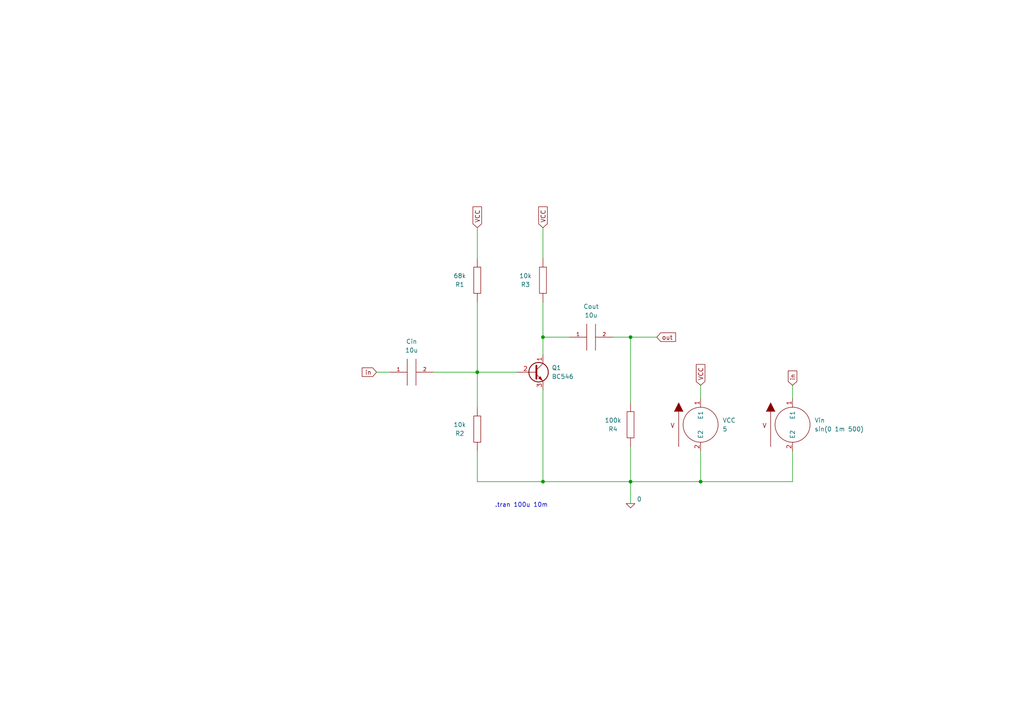
<source format=kicad_sch>
(kicad_sch (version 20211123) (generator eeschema)
  (paper "A4")
  (lib_symbols
    (symbol "Transistor_BJT:BC546" (pin_names (offset 0) hide)
      (property "Reference" "Q" (at 5.08 1.905 0))
      (property "Value" "BC546" (at 5.08 0 0))
      (symbol "BC546_0_1"
        (polyline (pts (xy 0 0) (xy 0.635 0)))
        (polyline (pts (xy 0.635 0.635) (xy 2.54 2.54)))
        (polyline (pts (xy 0.635 -0.635) (xy 2.54 -2.54) (xy 2.54 -2.54)))
        (polyline (pts (xy 0.635 1.905) (xy 0.635 -1.905) (xy 0.635 -1.905)) (stroke (width 0.508)))
        (polyline (pts (xy 1.27 -1.778) (xy 1.778 -1.27) (xy 2.286 -2.286) (xy 1.27 -1.778) (xy 1.27 -1.778)) (fill (type outline)))
        (circle (center 1.27 0) (radius 2.8194) (stroke (width 0.254)))
      )
      (symbol "BC546_1_1"
        (pin passive line (at 2.54 5.08 270) (length 2.54) (name "C") (number "1"))
        (pin input line (at -5.08 0 0) (length 5.08) (name "B") (number "2"))
        (pin passive line (at 2.54 -5.08 90) (length 2.54) (name "E") (number "3"))
      )
    )
    (symbol "pspice:0" (power) (pin_names (offset 0))
      (property "Value" "0" (at 0 -1.778 0))
      (symbol "0_0_1"
        (polyline (pts (xy -1.27 0) (xy 0 -1.27) (xy 1.27 0) (xy -1.27 0)))
      )
      (symbol "0_1_1"
        (pin power_in line (at 0 0 0) (length 0) hide (name "0") (number "1"))
      )
    )
    (symbol "pspice:C" (pin_names (offset 0.254))
      (property "Reference" "C" (at 2.54 3.81 90))
      (property "Value" "C" (at 2.54 -3.81 90))
      (symbol "C_0_1"
        (polyline (pts (xy -3.81 -1.27) (xy 3.81 -1.27)))
        (polyline (pts (xy -3.81 1.27) (xy 3.81 1.27)))
      )
      (symbol "C_1_1"
        (pin passive line (at 0 6.35 270) (length 5.08) (name "~") (number "1"))
        (pin passive line (at 0 -6.35 90) (length 5.08) (name "~") (number "2"))
      )
    )
    (symbol "pspice:R" (pin_numbers hide) (pin_names (offset 0))
      (property "Reference" "R" (at 2.032 0 90))
      (property "Value" "R" (at 0 0 90))
      (symbol "R_0_1"
        (rectangle (start -1.016 3.81) (end 1.016 -3.81))
      )
      (symbol "R_1_1"
        (pin passive line (at 0 6.35 270) (length 2.54) (name "~") (number "1"))
        (pin passive line (at 0 -6.35 90) (length 2.54) (name "~") (number "2"))
      )
    )
    (symbol "pspice:VSOURCE" (pin_names (offset 1.016))
      (property "Reference" "V" (at -6.35 7.62 0))
      (property "Value" "VSOURCE" (at 0 0 0))
      (symbol "VSOURCE_0_1"
        (polyline (pts (xy -6.35 -6.35) (xy -6.35 3.81)) (fill (type outline)))
        (polyline (pts (xy -7.62 3.81) (xy -6.35 6.35) (xy -5.08 3.81)) (fill (type outline)))
        (circle (center 0 0) (radius 5.08))
        (text "V" (at -8.128 -0.254 0) (effects (font (size 1.27 1.27))))
      )
      (symbol "VSOURCE_1_1"
        (pin input line (at 0 7.62 270) (length 2.54) (name "E1") (number "1"))
        (pin input line (at 0 -7.62 90) (length 2.54) (name "E2") (number "2"))
      )
    )
  )
  (junction (at 182.88 97.79))
  (junction (at 203.2 139.7))
  (junction (at 182.88 139.7))
  (junction (at 157.48 139.7))
  (junction (at 157.48 97.79))
  (junction (at 138.43 107.95))
  (wire (pts (xy 229.87 130.81) (xy 229.87 139.7)))
  (wire (pts (xy 203.2 111.76) (xy 203.2 115.57)))
  (wire (pts (xy 157.48 139.7) (xy 182.88 139.7)))
  (wire (pts (xy 157.48 113.03) (xy 157.48 139.7)))
  (wire (pts (xy 182.88 139.7) (xy 182.88 146.05)))
  (wire (pts (xy 138.43 139.7) (xy 157.48 139.7)))
  (wire (pts (xy 177.8 97.79) (xy 182.88 97.79)))
  (wire (pts (xy 138.43 66.04) (xy 138.43 74.93)))
  (wire (pts (xy 182.88 129.54) (xy 182.88 139.7)))
  (wire (pts (xy 138.43 107.95) (xy 138.43 118.11)))
  (wire (pts (xy 203.2 130.81) (xy 203.2 139.7)))
  (wire (pts (xy 138.43 87.63) (xy 138.43 107.95)))
  (wire (pts (xy 157.48 66.04) (xy 157.48 74.93)))
  (wire (pts (xy 229.87 111.76) (xy 229.87 115.57)))
  (wire (pts (xy 182.88 97.79) (xy 190.5 97.79)))
  (wire (pts (xy 157.48 97.79) (xy 165.1 97.79)))
  (wire (pts (xy 138.43 107.95) (xy 149.86 107.95)))
  (wire (pts (xy 138.43 130.81) (xy 138.43 139.7)))
  (wire (pts (xy 157.48 97.79) (xy 157.48 102.87)))
  (wire (pts (xy 125.73 107.95) (xy 138.43 107.95)))
  (wire (pts (xy 229.87 139.7) (xy 203.2 139.7)))
  (wire (pts (xy 157.48 87.63) (xy 157.48 97.79)))
  (wire (pts (xy 203.2 139.7) (xy 182.88 139.7)))
  (wire (pts (xy 109.22 107.95) (xy 113.03 107.95)))
  (wire (pts (xy 182.88 97.79) (xy 182.88 116.84)))
  (text ".tran 100u 10m\n" (at 143.51 147.32 0) (effects (font (size 1.27 1.27)) (justify left bottom)))
  (global_label "in" (shape input) (at 109.22 107.95 180) (property "Intersheet References" "${INTERSHEET_REFS}" (effects hide)))
  (global_label "VCC" (shape input) (at 138.43 66.04 90) (property "Intersheet References" "${INTERSHEET_REFS}" (effects hide)))
  (global_label "out" (shape input) (at 190.5 97.79 0) (property "Intersheet References" "${INTERSHEET_REFS}" (effects hide)))
  (global_label "VCC" (shape input) (at 157.48 66.04 90) (property "Intersheet References" "${INTERSHEET_REFS}" (effects hide)))
  (global_label "VCC" (shape input) (at 203.2 111.76 90) (property "Intersheet References" "${INTERSHEET_REFS}" (effects hide)))
  (global_label "in" (shape input) (at 229.87 111.76 90) (property "Intersheet References" "${INTERSHEET_REFS}" (effects hide)))
  (symbol (lib_id "pspice:C") (at 119.38 107.95 90) (unit 1)
    (property "Reference" "Cin" (at 119.38 99.06 90))
    (property "Value" "10u" (at 119.38 101.6 90))
  )
  (symbol (lib_id "pspice:0") (at 182.88 146.05 0) (unit 1)
    (property "Reference" "#GND01" (effects hide))
    (property "Value" "0" (at 185.42 144.78 0))
  )
  (symbol (lib_id "pspice:R") (at 138.43 124.46 180) (unit 1)
    (property "Reference" "R2" (at 133.35 125.73 0))
    (property "Value" "10k" (at 133.35 123.19 0))
  )
  (symbol (lib_id "pspice:R") (at 138.43 81.28 180) (unit 1)
    (property "Reference" "R1" (at 133.35 82.55 0))
    (property "Value" "68k" (at 133.35 80.01 0))
  )
  (symbol (lib_id "Transistor_BJT:BC546") (at 154.94 107.95 0) (unit 1)
    (property "Reference" "Q1" (at 160.02 106.6799 0) (effects (justify left)))
    (property "Value" "BC546" (at 160.02 109.2199 0) (effects (justify left)))
    (property "Footprint" "Package_TO_SOT_THT:TO-92_Inline" (effects hide))
    (property "Datasheet" "https://www.onsemi.com/pub/Collateral/BC550-D.pdf" (effects hide))
    (property "Spice_Primitive" "Q" (effects hide))
    (property "Spice_Model" "BC546" (effects hide))
    (property "Spice_Netlist_Enabled" "Y" (effects hide))
    (property "Spice_Node_Sequence" "3 2 1" (effects hide))
    (property "Spice_Lib_File" "D:\\Blogging\\KiCAD_simulations\\spice_files\\BC546.lib" (effects hide))
  )
  (symbol (lib_id "pspice:R") (at 182.88 123.19 180) (unit 1)
    (property "Reference" "R4" (at 177.8 124.46 0))
    (property "Value" "100k" (at 177.8 121.92 0))
  )
  (symbol (lib_id "pspice:C") (at 171.45 97.79 90) (unit 1)
    (property "Reference" "Cout" (at 171.45 88.9 90))
    (property "Value" "10u" (at 171.45 91.44 90))
  )
  (symbol (lib_id "pspice:R") (at 157.48 81.28 180) (unit 1)
    (property "Reference" "R3" (at 152.4 82.55 0))
    (property "Value" "10k" (at 152.4 80.01 0))
  )
  (symbol (lib_id "pspice:VSOURCE") (at 203.2 123.19 0) (unit 1)
    (property "Reference" "VCC" (at 209.55 121.9199 0) (effects (justify left)))
    (property "Value" "5" (at 209.55 124.4599 0) (effects (justify left)))
  )
  (symbol (lib_id "pspice:VSOURCE") (at 229.87 123.19 0) (unit 1)
    (property "Reference" "Vin" (at 236.22 121.9199 0) (effects (justify left)))
    (property "Value" "sin(0 1m 500) " (at 236.22 124.4599 0) (effects (justify left)))
  )
)
</source>
